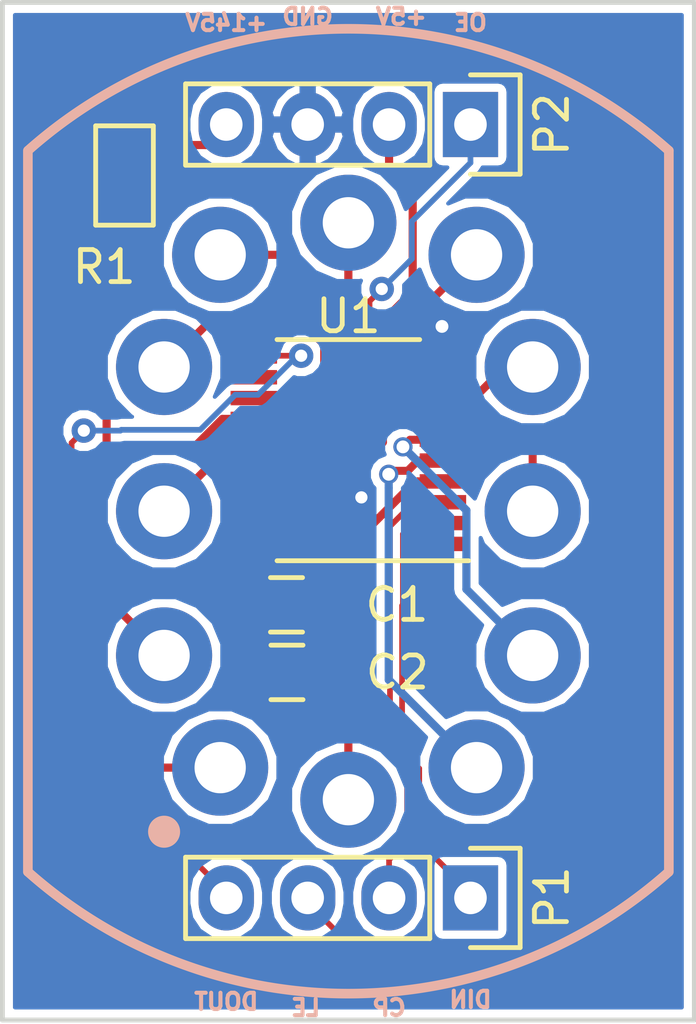
<source format=kicad_pcb>
(kicad_pcb (version 4) (host pcbnew 4.0.4-stable)

  (general
    (links 24)
    (no_connects 0)
    (area 137.719999 88.824999 159.460001 120.725001)
    (thickness 1.6)
    (drawings 12)
    (tracks 150)
    (zones 0)
    (modules 7)
    (nets 23)
  )

  (page A4)
  (layers
    (0 F.Cu signal hide)
    (31 B.Cu signal hide)
    (32 B.Adhes user)
    (33 F.Adhes user)
    (34 B.Paste user)
    (35 F.Paste user)
    (36 B.SilkS user)
    (37 F.SilkS user hide)
    (38 B.Mask user)
    (39 F.Mask user)
    (40 Dwgs.User user)
    (41 Cmts.User user)
    (42 Eco1.User user)
    (43 Eco2.User user)
    (44 Edge.Cuts user)
    (45 Margin user)
    (46 B.CrtYd user)
    (47 F.CrtYd user)
    (48 B.Fab user)
    (49 F.Fab user hide)
  )

  (setup
    (last_trace_width 0.1778)
    (trace_clearance 0.2)
    (zone_clearance 0.254)
    (zone_45_only no)
    (trace_min 0.1778)
    (segment_width 0.2)
    (edge_width 0.15)
    (via_size 0.762)
    (via_drill 0.381)
    (via_min_size 0.762)
    (via_min_drill 0.381)
    (uvia_size 0.3)
    (uvia_drill 0.1)
    (uvias_allowed no)
    (uvia_min_size 0.2)
    (uvia_min_drill 0.1)
    (pcb_text_width 0.3)
    (pcb_text_size 1.5 1.5)
    (mod_edge_width 0.15)
    (mod_text_size 1 1)
    (mod_text_width 0.15)
    (pad_size 1.524 1.524)
    (pad_drill 0.762)
    (pad_to_mask_clearance 0.2)
    (aux_axis_origin 0 0)
    (visible_elements FFFFFF7F)
    (pcbplotparams
      (layerselection 0x00030_80000001)
      (usegerberextensions false)
      (excludeedgelayer true)
      (linewidth 0.100000)
      (plotframeref false)
      (viasonmask false)
      (mode 1)
      (useauxorigin false)
      (hpglpennumber 1)
      (hpglpenspeed 20)
      (hpglpendiameter 15)
      (hpglpenoverlay 2)
      (psnegative false)
      (psa4output false)
      (plotreference true)
      (plotvalue true)
      (plotinvisibletext false)
      (padsonsilk false)
      (subtractmaskfromsilk false)
      (outputformat 1)
      (mirror false)
      (drillshape 1)
      (scaleselection 1)
      (outputdirectory ""))
  )

  (net 0 "")
  (net 1 +5V)
  (net 2 GNDREF)
  (net 3 "Net-(N1-Pad6)")
  (net 4 "Net-(N1-Pad7)")
  (net 5 "Net-(N1-Pad8)")
  (net 6 "Net-(N1-Pad9)")
  (net 7 "Net-(N1-Pad3)")
  (net 8 "Net-(N1-Pad4)")
  (net 9 "Net-(N1-Pad5)")
  (net 10 "Net-(N1-Pad0)")
  (net 11 "Net-(N1-Pad2)")
  (net 12 "Net-(N1-PadLHDP)")
  (net 13 "Net-(N1-Pad1)")
  (net 14 "Net-(N1-PadA)")
  (net 15 VAA)
  (net 16 "Net-(U1-Pad12)")
  (net 17 "Net-(U1-Pad13)")
  (net 18 /DIN)
  (net 19 /CP)
  (net 20 /LE)
  (net 21 /DOUT)
  (net 22 /OE)

  (net_class Default "This is the default net class."
    (clearance 0.2)
    (trace_width 0.1778)
    (via_dia 0.762)
    (via_drill 0.381)
    (uvia_dia 0.3)
    (uvia_drill 0.1)
    (add_net /CP)
    (add_net /DIN)
    (add_net /DOUT)
    (add_net /LE)
    (add_net /OE)
    (add_net "Net-(U1-Pad12)")
    (add_net "Net-(U1-Pad13)")
  )

  (net_class HV ""
    (clearance 0.2)
    (trace_width 0.254)
    (via_dia 0.762)
    (via_drill 0.381)
    (uvia_dia 0.3)
    (uvia_drill 0.1)
    (add_net +5V)
    (add_net GNDREF)
    (add_net "Net-(N1-Pad0)")
    (add_net "Net-(N1-Pad1)")
    (add_net "Net-(N1-Pad2)")
    (add_net "Net-(N1-Pad3)")
    (add_net "Net-(N1-Pad4)")
    (add_net "Net-(N1-Pad5)")
    (add_net "Net-(N1-Pad6)")
    (add_net "Net-(N1-Pad7)")
    (add_net "Net-(N1-Pad8)")
    (add_net "Net-(N1-Pad9)")
    (add_net "Net-(N1-PadA)")
    (add_net "Net-(N1-PadLHDP)")
    (add_net VAA)
  )

  (module quad_level_shifter:C_0805 (layer F.Cu) (tedit 584A2FCE) (tstamp 585F4104)
    (at 146.6596 107.696)
    (descr "Capacitor SMD 0805, reflow soldering, AVX (see smccp.pdf)")
    (tags "capacitor 0805")
    (path /585F2B31)
    (attr smd)
    (fp_text reference C1 (at 3.445 0) (layer F.SilkS)
      (effects (font (size 1 1) (thickness 0.15)))
    )
    (fp_text value 1u (at 0 2.1) (layer F.Fab) hide
      (effects (font (size 1 1) (thickness 0.15)))
    )
    (fp_text user %R (at 0.254 0) (layer F.Fab)
      (effects (font (size 0.508 0.508) (thickness 0.127)))
    )
    (fp_line (start -1.778 1.016) (end -1.778 -1.016) (layer F.Fab) (width 0.15))
    (fp_line (start 1.651 1.016) (end -1.778 1.016) (layer F.Fab) (width 0.15))
    (fp_line (start 1.651 -1.016) (end 1.651 1.016) (layer F.Fab) (width 0.15))
    (fp_line (start -1.778 -1.016) (end 1.651 -1.016) (layer F.Fab) (width 0.15))
    (fp_line (start -1.778 -1.016) (end 1.651 -1.016) (layer F.CrtYd) (width 0.05))
    (fp_line (start -1.778 1.016) (end 1.651 1.016) (layer F.CrtYd) (width 0.05))
    (fp_line (start -1.778 -1.016) (end -1.778 1.016) (layer F.CrtYd) (width 0.05))
    (fp_line (start 1.651 -1.016) (end 1.651 1.016) (layer F.CrtYd) (width 0.05))
    (fp_line (start 0.5 -0.85) (end -0.5 -0.85) (layer F.SilkS) (width 0.15))
    (fp_line (start -0.5 0.85) (end 0.5 0.85) (layer F.SilkS) (width 0.15))
    (pad 1 smd rect (at -1 0) (size 0.9 1.3) (layers F.Cu F.Paste F.Mask)
      (net 1 +5V))
    (pad 2 smd rect (at 0.9 0) (size 0.9 1.3) (layers F.Cu F.Paste F.Mask)
      (net 2 GNDREF))
    (model Capacitors_SMD.3dshapes/C_0805.wrl
      (at (xyz 0 0 0))
      (scale (xyz 1 1 1))
      (rotate (xyz 0 0 0))
    )
  )

  (module quad_level_shifter:C_0805 (layer F.Cu) (tedit 584A2FCE) (tstamp 585F4115)
    (at 146.674 109.8042)
    (descr "Capacitor SMD 0805, reflow soldering, AVX (see smccp.pdf)")
    (tags "capacitor 0805")
    (path /585F2A98)
    (attr smd)
    (fp_text reference C2 (at 3.445 0) (layer F.SilkS)
      (effects (font (size 1 1) (thickness 0.15)))
    )
    (fp_text value 100n (at 0 2.1) (layer F.Fab) hide
      (effects (font (size 1 1) (thickness 0.15)))
    )
    (fp_text user %R (at 0.254 0) (layer F.Fab)
      (effects (font (size 0.508 0.508) (thickness 0.127)))
    )
    (fp_line (start -1.778 1.016) (end -1.778 -1.016) (layer F.Fab) (width 0.15))
    (fp_line (start 1.651 1.016) (end -1.778 1.016) (layer F.Fab) (width 0.15))
    (fp_line (start 1.651 -1.016) (end 1.651 1.016) (layer F.Fab) (width 0.15))
    (fp_line (start -1.778 -1.016) (end 1.651 -1.016) (layer F.Fab) (width 0.15))
    (fp_line (start -1.778 -1.016) (end 1.651 -1.016) (layer F.CrtYd) (width 0.05))
    (fp_line (start -1.778 1.016) (end 1.651 1.016) (layer F.CrtYd) (width 0.05))
    (fp_line (start -1.778 -1.016) (end -1.778 1.016) (layer F.CrtYd) (width 0.05))
    (fp_line (start 1.651 -1.016) (end 1.651 1.016) (layer F.CrtYd) (width 0.05))
    (fp_line (start 0.5 -0.85) (end -0.5 -0.85) (layer F.SilkS) (width 0.15))
    (fp_line (start -0.5 0.85) (end 0.5 0.85) (layer F.SilkS) (width 0.15))
    (pad 1 smd rect (at -1 0) (size 0.9 1.3) (layers F.Cu F.Paste F.Mask)
      (net 1 +5V))
    (pad 2 smd rect (at 0.9 0) (size 0.9 1.3) (layers F.Cu F.Paste F.Mask)
      (net 2 GNDREF))
    (model Capacitors_SMD.3dshapes/C_0805.wrl
      (at (xyz 0 0 0))
      (scale (xyz 1 1 1))
      (rotate (xyz 0 0 0))
    )
  )

  (module footprints:IN-12B-skt (layer B.Cu) (tedit 585F4E1E) (tstamp 585F412A)
    (at 148.59 104.775 180)
    (path /585F41A2)
    (fp_text reference N1 (at 0.25 -6.25 180) (layer B.SilkS) hide
      (effects (font (size 1 1) (thickness 0.15)) (justify mirror))
    )
    (fp_text value IN-12B (at 0.25 -12.25 180) (layer B.Fab) hide
      (effects (font (size 1 1) (thickness 0.15)) (justify mirror))
    )
    (fp_arc (start 0 0) (end 10 -11.25) (angle -83.2) (layer B.SilkS) (width 0.3))
    (fp_arc (start 0 0) (end -10 11.25) (angle -83.2) (layer B.SilkS) (width 0.3))
    (fp_line (start -10 -11.25) (end -10 11.25) (layer B.SilkS) (width 0.3))
    (fp_line (start 10 -11.25) (end 10 11.25) (layer B.SilkS) (width 0.3))
    (fp_circle (center 5.75 -10) (end 6 -10) (layer B.SilkS) (width 0.5))
    (pad 6 thru_hole circle (at 0 9 180) (size 3 3) (drill 1.6) (layers *.Cu *.Mask)
      (net 3 "Net-(N1-Pad6)"))
    (pad 7 thru_hole circle (at 4 8 180) (size 3 3) (drill 1.6) (layers *.Cu *.Mask)
      (net 4 "Net-(N1-Pad7)"))
    (pad 8 thru_hole circle (at 5.75 4.5 180) (size 3 3) (drill 1.6) (layers *.Cu *.Mask)
      (net 5 "Net-(N1-Pad8)"))
    (pad 9 thru_hole circle (at 5.75 0 180) (size 3 3) (drill 1.6) (layers *.Cu *.Mask)
      (net 6 "Net-(N1-Pad9)"))
    (pad 3 thru_hole circle (at -5.75 0 180) (size 3 3) (drill 1.6) (layers *.Cu *.Mask)
      (net 7 "Net-(N1-Pad3)"))
    (pad 4 thru_hole circle (at -5.75 4.5 180) (size 3 3) (drill 1.6) (layers *.Cu *.Mask)
      (net 8 "Net-(N1-Pad4)"))
    (pad 5 thru_hole circle (at -4 8 180) (size 3 3) (drill 1.6) (layers *.Cu *.Mask)
      (net 9 "Net-(N1-Pad5)"))
    (pad 0 thru_hole circle (at 5.75 -4.5 180) (size 3 3) (drill 1.6) (layers *.Cu *.Mask)
      (net 10 "Net-(N1-Pad0)"))
    (pad 2 thru_hole circle (at -5.75 -4.5 180) (size 3 3) (drill 1.6) (layers *.Cu *.Mask)
      (net 11 "Net-(N1-Pad2)"))
    (pad LHDP thru_hole circle (at 0 -9 180) (size 3 3) (drill 1.6) (layers *.Cu *.Mask)
      (net 12 "Net-(N1-PadLHDP)"))
    (pad 1 thru_hole circle (at -4 -8 180) (size 3 3) (drill 1.6) (layers *.Cu *.Mask)
      (net 13 "Net-(N1-Pad1)"))
    (pad A thru_hole circle (at 4 -8 180) (size 3 3) (drill 1.6) (layers *.Cu *.Mask)
      (net 14 "Net-(N1-PadA)"))
  )

  (module Pin_Headers:Pin_Header_Straight_1x04 (layer F.Cu) (tedit 585F4145) (tstamp 585F413D)
    (at 152.4 116.84 270)
    (descr "Through hole pin header")
    (tags "pin header")
    (path /585F4382)
    (fp_text reference P1 (at 0 -2.54 270) (layer F.SilkS)
      (effects (font (size 1 1) (thickness 0.15)))
    )
    (fp_text value TSW-104-07-F-S (at 0 -3.1 270) (layer F.Fab) hide
      (effects (font (size 1 1) (thickness 0.15)))
    )
    (fp_line (start -1.75 -1.75) (end -1.75 9.4) (layer F.CrtYd) (width 0.05))
    (fp_line (start 1.75 -1.75) (end 1.75 9.4) (layer F.CrtYd) (width 0.05))
    (fp_line (start -1.75 -1.75) (end 1.75 -1.75) (layer F.CrtYd) (width 0.05))
    (fp_line (start -1.75 9.4) (end 1.75 9.4) (layer F.CrtYd) (width 0.05))
    (fp_line (start -1.27 1.27) (end -1.27 8.89) (layer F.SilkS) (width 0.15))
    (fp_line (start 1.27 1.27) (end 1.27 8.89) (layer F.SilkS) (width 0.15))
    (fp_line (start 1.55 -1.55) (end 1.55 0) (layer F.SilkS) (width 0.15))
    (fp_line (start -1.27 8.89) (end 1.27 8.89) (layer F.SilkS) (width 0.15))
    (fp_line (start 1.27 1.27) (end -1.27 1.27) (layer F.SilkS) (width 0.15))
    (fp_line (start -1.55 0) (end -1.55 -1.55) (layer F.SilkS) (width 0.15))
    (fp_line (start -1.55 -1.55) (end 1.55 -1.55) (layer F.SilkS) (width 0.15))
    (pad 1 thru_hole rect (at 0 0 270) (size 2.032 1.7272) (drill 1.016) (layers *.Cu *.Mask)
      (net 18 /DIN))
    (pad 2 thru_hole oval (at 0 2.54 270) (size 2.032 1.7272) (drill 1.016) (layers *.Cu *.Mask)
      (net 19 /CP))
    (pad 3 thru_hole oval (at 0 5.08 270) (size 2.032 1.7272) (drill 1.016) (layers *.Cu *.Mask)
      (net 20 /LE))
    (pad 4 thru_hole oval (at 0 7.62 270) (size 2.032 1.7272) (drill 1.016) (layers *.Cu *.Mask)
      (net 21 /DOUT))
    (model Pin_Headers.3dshapes/Pin_Header_Straight_1x04.wrl
      (at (xyz 0 -0.15 0))
      (scale (xyz 1 1 1))
      (rotate (xyz 0 0 90))
    )
  )

  (module Pin_Headers:Pin_Header_Straight_1x04 (layer F.Cu) (tedit 585F4149) (tstamp 585F4150)
    (at 152.4 92.71 270)
    (descr "Through hole pin header")
    (tags "pin header")
    (path /585F4403)
    (fp_text reference P2 (at 0 -2.54 270) (layer F.SilkS)
      (effects (font (size 1 1) (thickness 0.15)))
    )
    (fp_text value TSW-104-07-F-S (at 0 -3.1 270) (layer F.Fab) hide
      (effects (font (size 1 1) (thickness 0.15)))
    )
    (fp_line (start -1.75 -1.75) (end -1.75 9.4) (layer F.CrtYd) (width 0.05))
    (fp_line (start 1.75 -1.75) (end 1.75 9.4) (layer F.CrtYd) (width 0.05))
    (fp_line (start -1.75 -1.75) (end 1.75 -1.75) (layer F.CrtYd) (width 0.05))
    (fp_line (start -1.75 9.4) (end 1.75 9.4) (layer F.CrtYd) (width 0.05))
    (fp_line (start -1.27 1.27) (end -1.27 8.89) (layer F.SilkS) (width 0.15))
    (fp_line (start 1.27 1.27) (end 1.27 8.89) (layer F.SilkS) (width 0.15))
    (fp_line (start 1.55 -1.55) (end 1.55 0) (layer F.SilkS) (width 0.15))
    (fp_line (start -1.27 8.89) (end 1.27 8.89) (layer F.SilkS) (width 0.15))
    (fp_line (start 1.27 1.27) (end -1.27 1.27) (layer F.SilkS) (width 0.15))
    (fp_line (start -1.55 0) (end -1.55 -1.55) (layer F.SilkS) (width 0.15))
    (fp_line (start -1.55 -1.55) (end 1.55 -1.55) (layer F.SilkS) (width 0.15))
    (pad 1 thru_hole rect (at 0 0 270) (size 2.032 1.7272) (drill 1.016) (layers *.Cu *.Mask)
      (net 22 /OE))
    (pad 2 thru_hole oval (at 0 2.54 270) (size 2.032 1.7272) (drill 1.016) (layers *.Cu *.Mask)
      (net 1 +5V))
    (pad 3 thru_hole oval (at 0 5.08 270) (size 2.032 1.7272) (drill 1.016) (layers *.Cu *.Mask)
      (net 2 GNDREF))
    (pad 4 thru_hole oval (at 0 7.62 270) (size 2.032 1.7272) (drill 1.016) (layers *.Cu *.Mask)
      (net 15 VAA))
    (model Pin_Headers.3dshapes/Pin_Header_Straight_1x04.wrl
      (at (xyz 0 -0.15 0))
      (scale (xyz 1 1 1))
      (rotate (xyz 0 0 90))
    )
  )

  (module quad_level_shifter:R_0805 (layer F.Cu) (tedit 584A2FED) (tstamp 585F4163)
    (at 141.605 94.3 270)
    (descr "Resistor SMD 0805, reflow soldering, Vishay (see dcrcw.pdf)")
    (tags "resistor 0805")
    (path /585F2D1C)
    (attr smd)
    (fp_text reference R1 (at 2.855 0.635 360) (layer F.SilkS)
      (effects (font (size 1 1) (thickness 0.15)))
    )
    (fp_text value 6k2 (at 0 2.1 270) (layer F.Fab) hide
      (effects (font (size 1 1) (thickness 0.15)))
    )
    (fp_text user %R (at 0.4 0.05 270) (layer F.Fab)
      (effects (font (size 0.5 0.5) (thickness 0.1)))
    )
    (fp_line (start -1.55 -0.9) (end 1.55 -0.9) (layer F.Fab) (width 0.15))
    (fp_line (start -1.55 0.9) (end -1.55 -0.9) (layer F.Fab) (width 0.15))
    (fp_line (start 1.55 0.9) (end -1.55 0.9) (layer F.Fab) (width 0.15))
    (fp_line (start 1.55 -0.9) (end 1.55 0.9) (layer F.Fab) (width 0.15))
    (fp_line (start -1.55 -0.9) (end 1.55 -0.9) (layer F.SilkS) (width 0.15))
    (fp_line (start -1.55 0.9) (end -1.55 -0.9) (layer F.SilkS) (width 0.15))
    (fp_line (start 1.55 0.9) (end -1.55 0.9) (layer F.SilkS) (width 0.15))
    (fp_line (start 1.55 -0.9) (end 1.55 0.9) (layer F.SilkS) (width 0.15))
    (fp_line (start -1.6 -1) (end 1.6 -1) (layer F.CrtYd) (width 0.05))
    (fp_line (start -1.6 1) (end 1.6 1) (layer F.CrtYd) (width 0.05))
    (fp_line (start -1.6 -1) (end -1.6 1) (layer F.CrtYd) (width 0.05))
    (fp_line (start 1.6 -1) (end 1.6 1) (layer F.CrtYd) (width 0.05))
    (pad 1 smd rect (at -0.95 0 270) (size 0.7 1.3) (layers F.Cu F.Paste F.Mask)
      (net 15 VAA))
    (pad 2 smd rect (at 0.95 0 270) (size 0.7 1.3) (layers F.Cu F.Paste F.Mask)
      (net 14 "Net-(N1-PadA)"))
    (model Resistors_SMD.3dshapes/R_0805.wrl
      (at (xyz 0 0 0))
      (scale (xyz 1 1 1))
      (rotate (xyz 0 0 0))
    )
  )

  (module Housings_SSOP:TSSOP-20_4.4x6.5mm_Pitch0.65mm (layer F.Cu) (tedit 54130A77) (tstamp 585F4186)
    (at 148.59 102.87 180)
    (descr "20-Lead Plastic Thin Shrink Small Outline (ST)-4.4 mm Body [TSSOP] (see Microchip Packaging Specification 00000049BS.pdf)")
    (tags "SSOP 0.65")
    (path /585F3FFD)
    (attr smd)
    (fp_text reference U1 (at 0 4.18 180) (layer F.SilkS)
      (effects (font (size 1 1) (thickness 0.15)))
    )
    (fp_text value NPIC6C4894 (at 0 4.3 180) (layer F.Fab)
      (effects (font (size 1 1) (thickness 0.15)))
    )
    (fp_line (start -1.2 -3.25) (end 2.2 -3.25) (layer F.Fab) (width 0.15))
    (fp_line (start 2.2 -3.25) (end 2.2 3.25) (layer F.Fab) (width 0.15))
    (fp_line (start 2.2 3.25) (end -2.2 3.25) (layer F.Fab) (width 0.15))
    (fp_line (start -2.2 3.25) (end -2.2 -2.25) (layer F.Fab) (width 0.15))
    (fp_line (start -2.2 -2.25) (end -1.2 -3.25) (layer F.Fab) (width 0.15))
    (fp_line (start -3.95 -3.55) (end -3.95 3.55) (layer F.CrtYd) (width 0.05))
    (fp_line (start 3.95 -3.55) (end 3.95 3.55) (layer F.CrtYd) (width 0.05))
    (fp_line (start -3.95 -3.55) (end 3.95 -3.55) (layer F.CrtYd) (width 0.05))
    (fp_line (start -3.95 3.55) (end 3.95 3.55) (layer F.CrtYd) (width 0.05))
    (fp_line (start -2.225 3.45) (end 2.225 3.45) (layer F.SilkS) (width 0.15))
    (fp_line (start -3.75 -3.45) (end 2.225 -3.45) (layer F.SilkS) (width 0.15))
    (pad 1 smd rect (at -2.95 -2.925 180) (size 1.45 0.45) (layers F.Cu F.Paste F.Mask)
      (net 20 /LE))
    (pad 2 smd rect (at -2.95 -2.275 180) (size 1.45 0.45) (layers F.Cu F.Paste F.Mask)
      (net 18 /DIN))
    (pad 3 smd rect (at -2.95 -1.625 180) (size 1.45 0.45) (layers F.Cu F.Paste F.Mask)
      (net 19 /CP))
    (pad 4 smd rect (at -2.95 -0.975 180) (size 1.45 0.45) (layers F.Cu F.Paste F.Mask)
      (net 12 "Net-(N1-PadLHDP)"))
    (pad 5 smd rect (at -2.95 -0.325 180) (size 1.45 0.45) (layers F.Cu F.Paste F.Mask)
      (net 13 "Net-(N1-Pad1)"))
    (pad 6 smd rect (at -2.95 0.325 180) (size 1.45 0.45) (layers F.Cu F.Paste F.Mask)
      (net 11 "Net-(N1-Pad2)"))
    (pad 7 smd rect (at -2.95 0.975 180) (size 1.45 0.45) (layers F.Cu F.Paste F.Mask)
      (net 7 "Net-(N1-Pad3)"))
    (pad 8 smd rect (at -2.95 1.625 180) (size 1.45 0.45) (layers F.Cu F.Paste F.Mask)
      (net 8 "Net-(N1-Pad4)"))
    (pad 9 smd rect (at -2.95 2.275 180) (size 1.45 0.45) (layers F.Cu F.Paste F.Mask)
      (net 9 "Net-(N1-Pad5)"))
    (pad 10 smd rect (at -2.95 2.925 180) (size 1.45 0.45) (layers F.Cu F.Paste F.Mask)
      (net 2 GNDREF))
    (pad 11 smd rect (at 2.95 2.925 180) (size 1.45 0.45) (layers F.Cu F.Paste F.Mask)
      (net 21 /DOUT))
    (pad 12 smd rect (at 2.95 2.275 180) (size 1.45 0.45) (layers F.Cu F.Paste F.Mask)
      (net 16 "Net-(U1-Pad12)"))
    (pad 13 smd rect (at 2.95 1.625 180) (size 1.45 0.45) (layers F.Cu F.Paste F.Mask)
      (net 17 "Net-(U1-Pad13)"))
    (pad 14 smd rect (at 2.95 0.975 180) (size 1.45 0.45) (layers F.Cu F.Paste F.Mask)
      (net 10 "Net-(N1-Pad0)"))
    (pad 15 smd rect (at 2.95 0.325 180) (size 1.45 0.45) (layers F.Cu F.Paste F.Mask)
      (net 6 "Net-(N1-Pad9)"))
    (pad 16 smd rect (at 2.95 -0.325 180) (size 1.45 0.45) (layers F.Cu F.Paste F.Mask)
      (net 5 "Net-(N1-Pad8)"))
    (pad 17 smd rect (at 2.95 -0.975 180) (size 1.45 0.45) (layers F.Cu F.Paste F.Mask)
      (net 4 "Net-(N1-Pad7)"))
    (pad 18 smd rect (at 2.95 -1.625 180) (size 1.45 0.45) (layers F.Cu F.Paste F.Mask)
      (net 3 "Net-(N1-Pad6)"))
    (pad 19 smd rect (at 2.95 -2.275 180) (size 1.45 0.45) (layers F.Cu F.Paste F.Mask)
      (net 22 /OE))
    (pad 20 smd rect (at 2.95 -2.925 180) (size 1.45 0.45) (layers F.Cu F.Paste F.Mask)
      (net 1 +5V))
    (model Housings_SSOP.3dshapes/TSSOP-20_4.4x6.5mm_Pitch0.65mm.wrl
      (at (xyz 0 0 0))
      (scale (xyz 1 1 1))
      (rotate (xyz 0 0 0))
    )
  )

  (gr_text +145V (at 144.78 89.535) (layer B.SilkS)
    (effects (font (size 0.508 0.508) (thickness 0.127)) (justify mirror))
  )
  (gr_text GND (at 147.32 89.3445) (layer B.SilkS)
    (effects (font (size 0.508 0.508) (thickness 0.127)) (justify mirror))
  )
  (gr_text +5V (at 150.241 89.3445) (layer B.SilkS)
    (effects (font (size 0.508 0.508) (thickness 0.127)) (justify mirror))
  )
  (gr_text OE (at 152.4 89.535) (layer B.SilkS)
    (effects (font (size 0.508 0.508) (thickness 0.127)) (justify mirror))
  )
  (gr_text DOUT (at 144.78 120.0785) (layer B.SilkS)
    (effects (font (size 0.508 0.508) (thickness 0.127)) (justify mirror))
  )
  (gr_text LE (at 147.2565 120.269) (layer B.SilkS)
    (effects (font (size 0.508 0.508) (thickness 0.127)) (justify mirror))
  )
  (gr_text CP (at 149.86 120.269) (layer B.SilkS)
    (effects (font (size 0.508 0.508) (thickness 0.127)) (justify mirror))
  )
  (gr_text DIN (at 152.4 120.015) (layer B.SilkS)
    (effects (font (size 0.508 0.508) (thickness 0.127)) (justify mirror))
  )
  (gr_line (start 137.795 88.9) (end 159.385 88.9) (layer Edge.Cuts) (width 0.15))
  (gr_line (start 137.795 120.65) (end 137.795 88.9) (layer Edge.Cuts) (width 0.15))
  (gr_line (start 159.385 120.65) (end 137.795 120.65) (layer Edge.Cuts) (width 0.15))
  (gr_line (start 159.385 88.9) (end 159.385 120.65) (layer Edge.Cuts) (width 0.15))

  (segment (start 159.385 120.65) (end 137.795 120.65) (width 0.1778) (layer Dwgs.User) (net 0))
  (segment (start 159.385 92.71) (end 159.385 120.65) (width 0.1778) (layer Dwgs.User) (net 0))
  (segment (start 146.496756 105.795) (end 145.64 105.795) (width 0.254) (layer F.Cu) (net 1))
  (segment (start 149.666312 102.625444) (end 146.496756 105.795) (width 0.254) (layer F.Cu) (net 1))
  (segment (start 149.666312 102.401664) (end 149.666312 102.625444) (width 0.254) (layer F.Cu) (net 1))
  (segment (start 149.8092 102.258776) (end 149.666312 102.401664) (width 0.254) (layer F.Cu) (net 1))
  (segment (start 149.8092 98.710842) (end 149.8092 102.258776) (width 0.254) (layer F.Cu) (net 1))
  (segment (start 150.5966 97.923442) (end 149.8092 98.710842) (width 0.254) (layer F.Cu) (net 1))
  (segment (start 149.86 93.98) (end 150.5966 94.7166) (width 0.254) (layer F.Cu) (net 1))
  (segment (start 149.86 92.71) (end 149.86 93.98) (width 0.254) (layer F.Cu) (net 1))
  (segment (start 150.5966 94.7166) (end 150.5966 97.923442) (width 0.254) (layer F.Cu) (net 1))
  (segment (start 145.674 109.8042) (end 145.674 107.7104) (width 0.254) (layer F.Cu) (net 1))
  (segment (start 145.674 107.7104) (end 145.6596 107.696) (width 0.254) (layer F.Cu) (net 1))
  (segment (start 145.64 105.795) (end 145.64 107.6764) (width 0.254) (layer F.Cu) (net 1))
  (segment (start 145.64 107.6764) (end 145.6596 107.696) (width 0.254) (layer F.Cu) (net 1))
  (via (at 148.9964 104.3432) (size 0.762) (drill 0.381) (layers F.Cu B.Cu) (net 2))
  (segment (start 147.5596 107.696) (end 147.5596 105.78) (width 0.254) (layer F.Cu) (net 2))
  (segment (start 147.5596 105.78) (end 148.9964 104.3432) (width 0.254) (layer F.Cu) (net 2))
  (segment (start 147.5596 107.696) (end 147.5596 109.7898) (width 0.254) (layer F.Cu) (net 2))
  (segment (start 147.5596 109.7898) (end 147.574 109.8042) (width 0.254) (layer F.Cu) (net 2))
  (segment (start 151.54 99.945) (end 151.54 99.0382) (width 0.25) (layer F.Cu) (net 2))
  (segment (start 151.54 99.0382) (end 151.511 99.0092) (width 0.25) (layer F.Cu) (net 2))
  (via (at 151.511 99.0092) (size 0.6) (drill 0.4) (layers F.Cu B.Cu) (net 2))
  (segment (start 146.427614 104.495) (end 148.664147 102.258467) (width 0.254) (layer F.Cu) (net 3))
  (segment (start 148.74559 102.116391) (end 148.74559 98.05191) (width 0.254) (layer F.Cu) (net 3))
  (segment (start 148.59 97.89632) (end 148.59 95.775) (width 0.254) (layer F.Cu) (net 3))
  (segment (start 148.664147 102.197834) (end 148.74559 102.116391) (width 0.254) (layer F.Cu) (net 3))
  (segment (start 148.664147 102.258467) (end 148.664147 102.197834) (width 0.254) (layer F.Cu) (net 3))
  (segment (start 145.64 104.495) (end 146.427614 104.495) (width 0.254) (layer F.Cu) (net 3))
  (segment (start 148.74559 98.05191) (end 148.59 97.89632) (width 0.254) (layer F.Cu) (net 3))
  (segment (start 148.291579 101.928334) (end 148.291579 98.355259) (width 0.254) (layer F.Cu) (net 4))
  (segment (start 148.210137 102.009776) (end 148.291579 101.928334) (width 0.254) (layer F.Cu) (net 4))
  (segment (start 148.291579 98.355259) (end 146.71132 96.775) (width 0.254) (layer F.Cu) (net 4))
  (segment (start 146.71132 96.775) (end 144.59 96.775) (width 0.254) (layer F.Cu) (net 4))
  (segment (start 148.210136 102.07041) (end 148.210137 102.009776) (width 0.254) (layer F.Cu) (net 4))
  (segment (start 145.64 103.845) (end 146.435546 103.845) (width 0.254) (layer F.Cu) (net 4))
  (segment (start 146.435546 103.845) (end 148.210136 102.07041) (width 0.254) (layer F.Cu) (net 4))
  (segment (start 147.756127 101.882351) (end 147.756127 101.821718) (width 0.254) (layer F.Cu) (net 5))
  (segment (start 147.837568 101.740277) (end 147.837568 99.577568) (width 0.254) (layer F.Cu) (net 5))
  (segment (start 146.443478 103.195) (end 147.756127 101.882351) (width 0.254) (layer F.Cu) (net 5))
  (segment (start 144.339999 98.775001) (end 142.84 100.275) (width 0.254) (layer F.Cu) (net 5))
  (segment (start 145.64 103.195) (end 146.443478 103.195) (width 0.254) (layer F.Cu) (net 5))
  (segment (start 147.756127 101.821718) (end 147.837568 101.740277) (width 0.254) (layer F.Cu) (net 5))
  (segment (start 147.837568 99.577568) (end 147.035001 98.775001) (width 0.254) (layer F.Cu) (net 5))
  (segment (start 147.035001 98.775001) (end 144.339999 98.775001) (width 0.254) (layer F.Cu) (net 5))
  (segment (start 145.64 102.545) (end 144.661 102.545) (width 0.254) (layer F.Cu) (net 6))
  (segment (start 144.661 102.545) (end 144.339999 102.866001) (width 0.254) (layer F.Cu) (net 6))
  (segment (start 144.339999 102.866001) (end 144.339999 103.275001) (width 0.254) (layer F.Cu) (net 6))
  (segment (start 144.339999 103.275001) (end 142.84 104.775) (width 0.254) (layer F.Cu) (net 6))
  (segment (start 153.1852 102.5652) (end 154.25152 102.5652) (width 0.25) (layer F.Cu) (net 7))
  (segment (start 154.25152 102.5652) (end 154.34 102.65368) (width 0.25) (layer F.Cu) (net 7))
  (segment (start 154.34 102.65368) (end 154.34 104.775) (width 0.25) (layer F.Cu) (net 7))
  (segment (start 151.54 101.895) (end 152.515 101.895) (width 0.25) (layer F.Cu) (net 7))
  (segment (start 152.515 101.895) (end 153.1852 102.5652) (width 0.25) (layer F.Cu) (net 7))
  (segment (start 151.54 101.245) (end 152.515 101.245) (width 0.25) (layer F.Cu) (net 8))
  (segment (start 152.515 101.245) (end 153.485 100.275) (width 0.25) (layer F.Cu) (net 8))
  (segment (start 153.485 100.275) (end 154.34 100.275) (width 0.25) (layer F.Cu) (net 8))
  (segment (start 151.090001 98.274999) (end 152.59 96.775) (width 0.25) (layer F.Cu) (net 9))
  (segment (start 151.54 100.595) (end 150.565 100.595) (width 0.25) (layer F.Cu) (net 9))
  (segment (start 150.565 100.595) (end 150.261211 100.291211) (width 0.25) (layer F.Cu) (net 9))
  (segment (start 150.261211 100.291211) (end 150.261211 99.103789) (width 0.25) (layer F.Cu) (net 9))
  (segment (start 150.261211 99.103789) (end 151.090001 98.274999) (width 0.25) (layer F.Cu) (net 9))
  (segment (start 145.64 101.895) (end 144.661 101.895) (width 0.254) (layer F.Cu) (net 10))
  (segment (start 140.8938 107.3288) (end 142.84 109.275) (width 0.254) (layer F.Cu) (net 10))
  (segment (start 144.661 101.895) (end 143.7114 102.8446) (width 0.254) (layer F.Cu) (net 10))
  (segment (start 143.7114 102.8446) (end 142.0876 102.8446) (width 0.254) (layer F.Cu) (net 10))
  (segment (start 142.0876 102.8446) (end 140.8938 104.0384) (width 0.254) (layer F.Cu) (net 10))
  (segment (start 140.8938 104.0384) (end 140.8938 107.3288) (width 0.254) (layer F.Cu) (net 10))
  (segment (start 154.34 109.275) (end 152.273 107.208) (width 0.254) (layer B.Cu) (net 11))
  (via (at 150.293322 102.767395) (size 0.6) (drill 0.4) (layers F.Cu B.Cu) (net 11))
  (segment (start 151.54 102.545) (end 150.515717 102.545) (width 0.25) (layer F.Cu) (net 11))
  (segment (start 150.593321 103.067394) (end 150.293322 102.767395) (width 0.254) (layer B.Cu) (net 11))
  (segment (start 152.273 107.208) (end 152.273 104.747073) (width 0.254) (layer B.Cu) (net 11))
  (segment (start 152.273 104.747073) (end 150.593321 103.067394) (width 0.254) (layer B.Cu) (net 11))
  (segment (start 150.515717 102.545) (end 150.293322 102.767395) (width 0.25) (layer F.Cu) (net 11))
  (segment (start 151.54 103.845) (end 150.750988 103.845) (width 0.254) (layer F.Cu) (net 12))
  (segment (start 150.568947 103.955547) (end 148.59 105.934494) (width 0.254) (layer F.Cu) (net 12))
  (segment (start 148.59 111.65368) (end 148.59 113.775) (width 0.254) (layer F.Cu) (net 12))
  (segment (start 148.59 105.934494) (end 148.59 111.65368) (width 0.254) (layer F.Cu) (net 12))
  (segment (start 150.640441 103.955547) (end 150.568947 103.955547) (width 0.254) (layer F.Cu) (net 12))
  (segment (start 150.750988 103.845) (end 150.640441 103.955547) (width 0.254) (layer F.Cu) (net 12))
  (via (at 149.848582 103.622494) (size 0.6) (drill 0.4) (layers F.Cu B.Cu) (net 13))
  (segment (start 149.848582 110.033582) (end 149.848582 104.046758) (width 0.254) (layer B.Cu) (net 13))
  (segment (start 152.59 112.775) (end 149.848582 110.033582) (width 0.254) (layer B.Cu) (net 13))
  (segment (start 151.54 103.195) (end 150.76175 103.195) (width 0.25) (layer F.Cu) (net 13))
  (segment (start 150.76175 103.195) (end 150.442723 103.514027) (width 0.25) (layer F.Cu) (net 13))
  (segment (start 149.957049 103.514027) (end 149.848582 103.622494) (width 0.25) (layer F.Cu) (net 13))
  (segment (start 149.848582 104.046758) (end 149.848582 103.622494) (width 0.254) (layer B.Cu) (net 13))
  (segment (start 150.442723 103.514027) (end 149.957049 103.514027) (width 0.25) (layer F.Cu) (net 13))
  (segment (start 140.4874 100.965) (end 140.4874 96.9716) (width 0.254) (layer F.Cu) (net 14))
  (segment (start 140.4874 96.9716) (end 141.605 95.854) (width 0.254) (layer F.Cu) (net 14))
  (segment (start 141.605 95.854) (end 141.605 95.25) (width 0.254) (layer F.Cu) (net 14))
  (segment (start 141.0462 101.5238) (end 140.4874 100.965) (width 0.254) (layer F.Cu) (net 14))
  (segment (start 141.0462 102.7938) (end 141.0462 101.5238) (width 0.254) (layer F.Cu) (net 14))
  (segment (start 140.4366 103.4034) (end 141.0462 102.7938) (width 0.254) (layer F.Cu) (net 14))
  (segment (start 140.4366 110.74292) (end 140.4366 103.4034) (width 0.254) (layer F.Cu) (net 14))
  (segment (start 144.59 112.775) (end 142.46868 112.775) (width 0.254) (layer F.Cu) (net 14))
  (segment (start 142.46868 112.775) (end 140.4366 110.74292) (width 0.254) (layer F.Cu) (net 14))
  (segment (start 141.605 93.35) (end 144.14 93.35) (width 0.254) (layer F.Cu) (net 15))
  (segment (start 144.14 93.35) (end 144.78 92.71) (width 0.254) (layer F.Cu) (net 15))
  (segment (start 152.4 116.6876) (end 152.4 116.84) (width 0.1778) (layer F.Cu) (net 18))
  (segment (start 150.801099 115.088699) (end 152.4 116.6876) (width 0.1778) (layer F.Cu) (net 18))
  (segment (start 150.2664 107.7214) (end 150.2664 112.269522) (width 0.1778) (layer F.Cu) (net 18))
  (segment (start 150.2664 112.269522) (end 150.801099 112.804221) (width 0.1778) (layer F.Cu) (net 18))
  (segment (start 150.801099 112.804221) (end 150.801099 115.088699) (width 0.1778) (layer F.Cu) (net 18))
  (segment (start 150.2918 107.696) (end 150.2664 107.7214) (width 0.1778) (layer F.Cu) (net 18))
  (segment (start 150.2918 105.4904) (end 150.2918 107.696) (width 0.1778) (layer F.Cu) (net 18))
  (segment (start 151.54 105.145) (end 150.6372 105.145) (width 0.1778) (layer F.Cu) (net 18))
  (segment (start 150.6372 105.145) (end 150.2918 105.4904) (width 0.1778) (layer F.Cu) (net 18))
  (segment (start 150.6372 104.495) (end 151.54 104.495) (width 0.1778) (layer F.Cu) (net 19))
  (segment (start 149.888591 105.243609) (end 150.6372 104.495) (width 0.1778) (layer F.Cu) (net 19))
  (segment (start 149.888591 112.426018) (end 149.888591 105.243609) (width 0.1778) (layer F.Cu) (net 19))
  (segment (start 150.423288 115.082912) (end 150.423288 112.960715) (width 0.1778) (layer F.Cu) (net 19))
  (segment (start 149.86 115.6462) (end 150.423288 115.082912) (width 0.1778) (layer F.Cu) (net 19))
  (segment (start 149.86 116.84) (end 149.86 115.6462) (width 0.1778) (layer F.Cu) (net 19))
  (segment (start 150.423288 112.960715) (end 149.888591 112.426018) (width 0.1778) (layer F.Cu) (net 19))
  (segment (start 151.54 105.795) (end 151.54 109.2998) (width 0.1778) (layer F.Cu) (net 20))
  (segment (start 154.5082 117.4242) (end 153.4668 118.4656) (width 0.1778) (layer F.Cu) (net 20))
  (segment (start 151.54 109.2998) (end 153.304101 111.063901) (width 0.1778) (layer F.Cu) (net 20))
  (segment (start 153.304101 111.063901) (end 153.659701 111.063901) (width 0.1778) (layer F.Cu) (net 20))
  (segment (start 153.659701 111.063901) (end 154.5082 111.9124) (width 0.1778) (layer F.Cu) (net 20))
  (segment (start 153.4668 118.4656) (end 148.7932 118.4656) (width 0.1778) (layer F.Cu) (net 20))
  (segment (start 154.5082 111.9124) (end 154.5082 117.4242) (width 0.1778) (layer F.Cu) (net 20))
  (segment (start 148.7932 118.4656) (end 147.32 116.9924) (width 0.1778) (layer F.Cu) (net 20))
  (segment (start 147.32 116.9924) (end 147.32 116.84) (width 0.1778) (layer F.Cu) (net 20))
  (segment (start 139.954001 102.641399) (end 140.335 102.2604) (width 0.1778) (layer F.Cu) (net 21))
  (segment (start 144.78 116.6876) (end 139.954001 111.861601) (width 0.1778) (layer F.Cu) (net 21))
  (segment (start 144.78 116.84) (end 144.78 116.6876) (width 0.1778) (layer F.Cu) (net 21))
  (segment (start 139.954001 111.861601) (end 139.954001 102.641399) (width 0.1778) (layer F.Cu) (net 21))
  (segment (start 141.5034 102.235) (end 141.478 102.2604) (width 0.1778) (layer B.Cu) (net 21))
  (segment (start 141.478 102.2604) (end 140.335 102.2604) (width 0.1778) (layer B.Cu) (net 21))
  (segment (start 147.1168 99.9236) (end 145.6614 99.9236) (width 0.1778) (layer F.Cu) (net 21))
  (segment (start 145.6614 99.9236) (end 145.64 99.945) (width 0.1778) (layer F.Cu) (net 21))
  (segment (start 145.7706 101.1428) (end 146.9898 99.9236) (width 0.1778) (layer B.Cu) (net 21))
  (segment (start 146.9898 99.9236) (end 147.1168 99.9236) (width 0.1778) (layer B.Cu) (net 21))
  (via (at 147.1168 99.9236) (size 0.762) (drill 0.381) (layers F.Cu B.Cu) (net 21))
  (segment (start 145.0594 101.1428) (end 145.7706 101.1428) (width 0.1778) (layer B.Cu) (net 21))
  (segment (start 143.9672 102.235) (end 145.0594 101.1428) (width 0.1778) (layer B.Cu) (net 21))
  (segment (start 141.5034 102.235) (end 143.9672 102.235) (width 0.1778) (layer B.Cu) (net 21))
  (via (at 140.335 102.2604) (size 0.762) (drill 0.381) (layers F.Cu B.Cu) (net 21))
  (segment (start 146.5428 105.145) (end 145.64 105.145) (width 0.1778) (layer F.Cu) (net 22))
  (segment (start 149.6314 97.8408) (end 149.250401 98.221799) (width 0.1778) (layer F.Cu) (net 22))
  (segment (start 149.250401 102.437399) (end 146.5428 105.145) (width 0.1778) (layer F.Cu) (net 22))
  (segment (start 149.250401 98.221799) (end 149.250401 102.437399) (width 0.1778) (layer F.Cu) (net 22))
  (segment (start 150.5712 96.901) (end 149.6314 97.8408) (width 0.1778) (layer B.Cu) (net 22))
  (segment (start 150.5712 96.8502) (end 150.5712 96.901) (width 0.1778) (layer B.Cu) (net 22))
  (via (at 149.6314 97.8408) (size 0.762) (drill 0.381) (layers F.Cu B.Cu) (net 22))
  (segment (start 150.5712 95.7326) (end 150.5712 96.8502) (width 0.1778) (layer B.Cu) (net 22))
  (segment (start 152.4 92.71) (end 152.4 93.9038) (width 0.1778) (layer B.Cu) (net 22))
  (segment (start 152.4 93.9038) (end 150.5712 95.7326) (width 0.1778) (layer B.Cu) (net 22))

  (zone (net 2) (net_name GNDREF) (layer B.Cu) (tstamp 0) (hatch edge 0.508)
    (connect_pads (clearance 0.254))
    (min_thickness 0.127)
    (fill yes (arc_segments 16) (thermal_gap 0.254) (thermal_bridge_width 0.508))
    (polygon
      (pts
        (xy 159.385 88.9) (xy 159.385 120.65) (xy 137.795 120.65) (xy 137.795 88.9)
      )
    )
    (filled_polygon
      (pts
        (xy 158.9925 120.2575) (xy 138.1875 120.2575) (xy 138.1875 116.661475) (xy 143.5989 116.661475) (xy 143.5989 117.018525)
        (xy 143.688806 117.470512) (xy 143.944836 117.853689) (xy 144.328013 118.109719) (xy 144.78 118.199625) (xy 145.231987 118.109719)
        (xy 145.615164 117.853689) (xy 145.871194 117.470512) (xy 145.9611 117.018525) (xy 145.9611 116.661475) (xy 146.1389 116.661475)
        (xy 146.1389 117.018525) (xy 146.228806 117.470512) (xy 146.484836 117.853689) (xy 146.868013 118.109719) (xy 147.32 118.199625)
        (xy 147.771987 118.109719) (xy 148.155164 117.853689) (xy 148.411194 117.470512) (xy 148.5011 117.018525) (xy 148.5011 116.661475)
        (xy 148.6789 116.661475) (xy 148.6789 117.018525) (xy 148.768806 117.470512) (xy 149.024836 117.853689) (xy 149.408013 118.109719)
        (xy 149.86 118.199625) (xy 150.311987 118.109719) (xy 150.695164 117.853689) (xy 150.951194 117.470512) (xy 151.0411 117.018525)
        (xy 151.0411 116.661475) (xy 150.951194 116.209488) (xy 150.695164 115.826311) (xy 150.691706 115.824) (xy 151.21268 115.824)
        (xy 151.21268 117.856) (xy 151.234819 117.973658) (xy 151.304355 118.081721) (xy 151.410455 118.154215) (xy 151.5364 118.17972)
        (xy 153.2636 118.17972) (xy 153.381258 118.157581) (xy 153.489321 118.088045) (xy 153.561815 117.981945) (xy 153.58732 117.856)
        (xy 153.58732 115.824) (xy 153.565181 115.706342) (xy 153.495645 115.598279) (xy 153.389545 115.525785) (xy 153.2636 115.50028)
        (xy 151.5364 115.50028) (xy 151.418742 115.522419) (xy 151.310679 115.591955) (xy 151.238185 115.698055) (xy 151.21268 115.824)
        (xy 150.691706 115.824) (xy 150.311987 115.570281) (xy 149.86 115.480375) (xy 149.408013 115.570281) (xy 149.024836 115.826311)
        (xy 148.768806 116.209488) (xy 148.6789 116.661475) (xy 148.5011 116.661475) (xy 148.411194 116.209488) (xy 148.155164 115.826311)
        (xy 147.771987 115.570281) (xy 147.32 115.480375) (xy 146.868013 115.570281) (xy 146.484836 115.826311) (xy 146.228806 116.209488)
        (xy 146.1389 116.661475) (xy 145.9611 116.661475) (xy 145.871194 116.209488) (xy 145.615164 115.826311) (xy 145.231987 115.570281)
        (xy 144.78 115.480375) (xy 144.328013 115.570281) (xy 143.944836 115.826311) (xy 143.688806 116.209488) (xy 143.5989 116.661475)
        (xy 138.1875 116.661475) (xy 138.1875 113.134937) (xy 142.772185 113.134937) (xy 143.0483 113.803186) (xy 143.559125 114.314903)
        (xy 144.226891 114.592184) (xy 144.949937 114.592815) (xy 145.618186 114.3167) (xy 145.800266 114.134937) (xy 146.772185 114.134937)
        (xy 147.0483 114.803186) (xy 147.559125 115.314903) (xy 148.226891 115.592184) (xy 148.949937 115.592815) (xy 149.618186 115.3167)
        (xy 150.129903 114.805875) (xy 150.407184 114.138109) (xy 150.407815 113.415063) (xy 150.1317 112.746814) (xy 149.620875 112.235097)
        (xy 148.953109 111.957816) (xy 148.230063 111.957185) (xy 147.561814 112.2333) (xy 147.050097 112.744125) (xy 146.772816 113.411891)
        (xy 146.772185 114.134937) (xy 145.800266 114.134937) (xy 146.129903 113.805875) (xy 146.407184 113.138109) (xy 146.407815 112.415063)
        (xy 146.1317 111.746814) (xy 145.620875 111.235097) (xy 144.953109 110.957816) (xy 144.230063 110.957185) (xy 143.561814 111.2333)
        (xy 143.050097 111.744125) (xy 142.772816 112.411891) (xy 142.772185 113.134937) (xy 138.1875 113.134937) (xy 138.1875 109.634937)
        (xy 141.022185 109.634937) (xy 141.2983 110.303186) (xy 141.809125 110.814903) (xy 142.476891 111.092184) (xy 143.199937 111.092815)
        (xy 143.868186 110.8167) (xy 144.379903 110.305875) (xy 144.657184 109.638109) (xy 144.657815 108.915063) (xy 144.3817 108.246814)
        (xy 143.870875 107.735097) (xy 143.203109 107.457816) (xy 142.480063 107.457185) (xy 141.811814 107.7333) (xy 141.300097 108.244125)
        (xy 141.022816 108.911891) (xy 141.022185 109.634937) (xy 138.1875 109.634937) (xy 138.1875 105.134937) (xy 141.022185 105.134937)
        (xy 141.2983 105.803186) (xy 141.809125 106.314903) (xy 142.476891 106.592184) (xy 143.199937 106.592815) (xy 143.868186 106.3167)
        (xy 144.379903 105.805875) (xy 144.657184 105.138109) (xy 144.657815 104.415063) (xy 144.3817 103.746814) (xy 144.379674 103.744784)
        (xy 149.230975 103.744784) (xy 149.324785 103.971823) (xy 149.404082 104.051258) (xy 149.404082 110.033582) (xy 149.437918 110.203685)
        (xy 149.504402 110.303186) (xy 149.534273 110.347891) (xy 151.015009 111.828627) (xy 150.772816 112.411891) (xy 150.772185 113.134937)
        (xy 151.0483 113.803186) (xy 151.559125 114.314903) (xy 152.226891 114.592184) (xy 152.949937 114.592815) (xy 153.618186 114.3167)
        (xy 154.129903 113.805875) (xy 154.407184 113.138109) (xy 154.407815 112.415063) (xy 154.1317 111.746814) (xy 153.620875 111.235097)
        (xy 152.953109 110.957816) (xy 152.230063 110.957185) (xy 151.643264 111.199646) (xy 150.293082 109.849464) (xy 150.293082 104.051286)
        (xy 150.371768 103.972737) (xy 150.465975 103.745861) (xy 150.466129 103.56882) (xy 151.8285 104.931191) (xy 151.8285 107.208)
        (xy 151.862336 107.378103) (xy 151.958691 107.522309) (xy 152.765009 108.328627) (xy 152.522816 108.911891) (xy 152.522185 109.634937)
        (xy 152.7983 110.303186) (xy 153.309125 110.814903) (xy 153.976891 111.092184) (xy 154.699937 111.092815) (xy 155.368186 110.8167)
        (xy 155.879903 110.305875) (xy 156.157184 109.638109) (xy 156.157815 108.915063) (xy 155.8817 108.246814) (xy 155.370875 107.735097)
        (xy 154.703109 107.457816) (xy 153.980063 107.457185) (xy 153.393264 107.699646) (xy 152.7175 107.023882) (xy 152.7175 105.607635)
        (xy 152.7983 105.803186) (xy 153.309125 106.314903) (xy 153.976891 106.592184) (xy 154.699937 106.592815) (xy 155.368186 106.3167)
        (xy 155.879903 105.805875) (xy 156.157184 105.138109) (xy 156.157815 104.415063) (xy 155.8817 103.746814) (xy 155.370875 103.235097)
        (xy 154.703109 102.957816) (xy 153.980063 102.957185) (xy 153.311814 103.2333) (xy 152.800097 103.744125) (xy 152.535614 104.381069)
        (xy 150.910832 102.756287) (xy 150.910929 102.645105) (xy 150.817119 102.418066) (xy 150.643565 102.244209) (xy 150.416689 102.150002)
        (xy 150.171032 102.149788) (xy 149.943993 102.243598) (xy 149.770136 102.417152) (xy 149.675929 102.644028) (xy 149.675715 102.889685)
        (xy 149.723749 103.005938) (xy 149.499253 103.098697) (xy 149.325396 103.272251) (xy 149.231189 103.499127) (xy 149.230975 103.744784)
        (xy 144.379674 103.744784) (xy 143.870875 103.235097) (xy 143.203109 102.957816) (xy 142.480063 102.957185) (xy 141.811814 103.2333)
        (xy 141.300097 103.744125) (xy 141.022816 104.411891) (xy 141.022185 105.134937) (xy 138.1875 105.134937) (xy 138.1875 102.398731)
        (xy 139.636379 102.398731) (xy 139.742496 102.655551) (xy 139.938815 102.852214) (xy 140.19545 102.958778) (xy 140.473331 102.959021)
        (xy 140.730151 102.852904) (xy 140.916581 102.6668) (xy 141.478 102.6668) (xy 141.605696 102.6414) (xy 143.9672 102.6414)
        (xy 144.122723 102.610465) (xy 144.254568 102.522368) (xy 145.227736 101.5492) (xy 145.7706 101.5492) (xy 145.926123 101.518265)
        (xy 146.057968 101.430168) (xy 146.853199 100.634937) (xy 152.522185 100.634937) (xy 152.7983 101.303186) (xy 153.309125 101.814903)
        (xy 153.976891 102.092184) (xy 154.699937 102.092815) (xy 155.368186 101.8167) (xy 155.879903 101.305875) (xy 156.157184 100.638109)
        (xy 156.157815 99.915063) (xy 155.8817 99.246814) (xy 155.370875 98.735097) (xy 154.703109 98.457816) (xy 153.980063 98.457185)
        (xy 153.311814 98.7333) (xy 152.800097 99.244125) (xy 152.522816 99.911891) (xy 152.522185 100.634937) (xy 146.853199 100.634937)
        (xy 146.898753 100.589383) (xy 146.97725 100.621978) (xy 147.255131 100.622221) (xy 147.511951 100.516104) (xy 147.708614 100.319785)
        (xy 147.815178 100.06315) (xy 147.815421 99.785269) (xy 147.709304 99.528449) (xy 147.512985 99.331786) (xy 147.25635 99.225222)
        (xy 146.978469 99.224979) (xy 146.721649 99.331096) (xy 146.524986 99.527415) (xy 146.418422 99.78405) (xy 146.418303 99.920361)
        (xy 145.602264 100.7364) (xy 145.0594 100.7364) (xy 144.903877 100.767335) (xy 144.772032 100.855432) (xy 144.421311 101.206153)
        (xy 144.657184 100.638109) (xy 144.657815 99.915063) (xy 144.3817 99.246814) (xy 143.870875 98.735097) (xy 143.203109 98.457816)
        (xy 142.480063 98.457185) (xy 141.811814 98.7333) (xy 141.300097 99.244125) (xy 141.022816 99.911891) (xy 141.022185 100.634937)
        (xy 141.2983 101.303186) (xy 141.809125 101.814903) (xy 141.842111 101.8286) (xy 141.5034 101.8286) (xy 141.375704 101.854)
        (xy 140.916275 101.854) (xy 140.731185 101.668586) (xy 140.47455 101.562022) (xy 140.196669 101.561779) (xy 139.939849 101.667896)
        (xy 139.743186 101.864215) (xy 139.636622 102.12085) (xy 139.636379 102.398731) (xy 138.1875 102.398731) (xy 138.1875 97.134937)
        (xy 142.772185 97.134937) (xy 143.0483 97.803186) (xy 143.559125 98.314903) (xy 144.226891 98.592184) (xy 144.949937 98.592815)
        (xy 145.618186 98.3167) (xy 146.129903 97.805875) (xy 146.407184 97.138109) (xy 146.407815 96.415063) (xy 146.29207 96.134937)
        (xy 146.772185 96.134937) (xy 147.0483 96.803186) (xy 147.559125 97.314903) (xy 148.226891 97.592184) (xy 148.949937 97.592815)
        (xy 148.98387 97.578794) (xy 148.933022 97.70125) (xy 148.932779 97.979131) (xy 149.038896 98.235951) (xy 149.235215 98.432614)
        (xy 149.49185 98.539178) (xy 149.769731 98.539421) (xy 150.026551 98.433304) (xy 150.223214 98.236985) (xy 150.329778 97.98035)
        (xy 150.330008 97.716928) (xy 150.813064 97.233872) (xy 151.0483 97.803186) (xy 151.559125 98.314903) (xy 152.226891 98.592184)
        (xy 152.949937 98.592815) (xy 153.618186 98.3167) (xy 154.129903 97.805875) (xy 154.407184 97.138109) (xy 154.407815 96.415063)
        (xy 154.1317 95.746814) (xy 153.620875 95.235097) (xy 152.953109 94.957816) (xy 152.230063 94.957185) (xy 151.703976 95.17456)
        (xy 152.687368 94.191168) (xy 152.768581 94.069625) (xy 152.775465 94.059323) (xy 152.777375 94.04972) (xy 153.2636 94.04972)
        (xy 153.381258 94.027581) (xy 153.489321 93.958045) (xy 153.561815 93.851945) (xy 153.58732 93.726) (xy 153.58732 91.694)
        (xy 153.565181 91.576342) (xy 153.495645 91.468279) (xy 153.389545 91.395785) (xy 153.2636 91.37028) (xy 151.5364 91.37028)
        (xy 151.418742 91.392419) (xy 151.310679 91.461955) (xy 151.238185 91.568055) (xy 151.21268 91.694) (xy 151.21268 93.726)
        (xy 151.234819 93.843658) (xy 151.304355 93.951721) (xy 151.410455 94.024215) (xy 151.5364 94.04972) (xy 151.679344 94.04972)
        (xy 150.380385 95.348679) (xy 150.1317 94.746814) (xy 149.620875 94.235097) (xy 148.953109 93.957816) (xy 148.230063 93.957185)
        (xy 147.561814 94.2333) (xy 147.050097 94.744125) (xy 146.772816 95.411891) (xy 146.772185 96.134937) (xy 146.29207 96.134937)
        (xy 146.1317 95.746814) (xy 145.620875 95.235097) (xy 144.953109 94.957816) (xy 144.230063 94.957185) (xy 143.561814 95.2333)
        (xy 143.050097 95.744125) (xy 142.772816 96.411891) (xy 142.772185 97.134937) (xy 138.1875 97.134937) (xy 138.1875 92.531475)
        (xy 143.5989 92.531475) (xy 143.5989 92.888525) (xy 143.688806 93.340512) (xy 143.944836 93.723689) (xy 144.328013 93.979719)
        (xy 144.78 94.069625) (xy 145.231987 93.979719) (xy 145.615164 93.723689) (xy 145.871194 93.340512) (xy 145.922154 93.084315)
        (xy 146.162437 93.084315) (xy 146.335474 93.510403) (xy 146.658397 93.837838) (xy 146.9495 93.983884) (xy 147.1295 93.94753)
        (xy 147.1295 92.9005) (xy 147.5105 92.9005) (xy 147.5105 93.94753) (xy 147.6905 93.983884) (xy 147.981603 93.837838)
        (xy 148.304526 93.510403) (xy 148.477563 93.084315) (xy 148.418652 92.9005) (xy 147.5105 92.9005) (xy 147.1295 92.9005)
        (xy 146.221348 92.9005) (xy 146.162437 93.084315) (xy 145.922154 93.084315) (xy 145.9611 92.888525) (xy 145.9611 92.531475)
        (xy 148.6789 92.531475) (xy 148.6789 92.888525) (xy 148.768806 93.340512) (xy 149.024836 93.723689) (xy 149.408013 93.979719)
        (xy 149.86 94.069625) (xy 150.311987 93.979719) (xy 150.695164 93.723689) (xy 150.951194 93.340512) (xy 151.0411 92.888525)
        (xy 151.0411 92.531475) (xy 150.951194 92.079488) (xy 150.695164 91.696311) (xy 150.311987 91.440281) (xy 149.86 91.350375)
        (xy 149.408013 91.440281) (xy 149.024836 91.696311) (xy 148.768806 92.079488) (xy 148.6789 92.531475) (xy 145.9611 92.531475)
        (xy 145.922155 92.335685) (xy 146.162437 92.335685) (xy 146.221348 92.5195) (xy 147.1295 92.5195) (xy 147.1295 91.47247)
        (xy 147.5105 91.47247) (xy 147.5105 92.5195) (xy 148.418652 92.5195) (xy 148.477563 92.335685) (xy 148.304526 91.909597)
        (xy 147.981603 91.582162) (xy 147.6905 91.436116) (xy 147.5105 91.47247) (xy 147.1295 91.47247) (xy 146.9495 91.436116)
        (xy 146.658397 91.582162) (xy 146.335474 91.909597) (xy 146.162437 92.335685) (xy 145.922155 92.335685) (xy 145.871194 92.079488)
        (xy 145.615164 91.696311) (xy 145.231987 91.440281) (xy 144.78 91.350375) (xy 144.328013 91.440281) (xy 143.944836 91.696311)
        (xy 143.688806 92.079488) (xy 143.5989 92.531475) (xy 138.1875 92.531475) (xy 138.1875 89.2925) (xy 158.9925 89.2925)
      )
    )
  )
)

</source>
